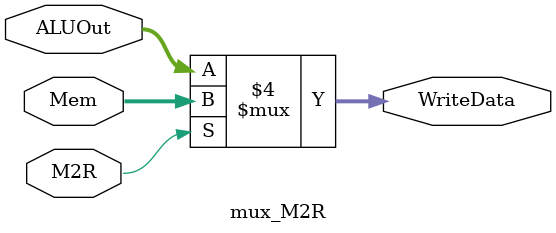
<source format=v>
module mux_M2R(M2R, ALUOut, Mem, WriteData);
	input M2R;
	input [31:0] ALUOut, Mem;
	output reg [31:0] WriteData;
	
	always if (M2R == 0) WriteData = ALUOut;
		else WriteData = Mem;
		
endmodule

</source>
